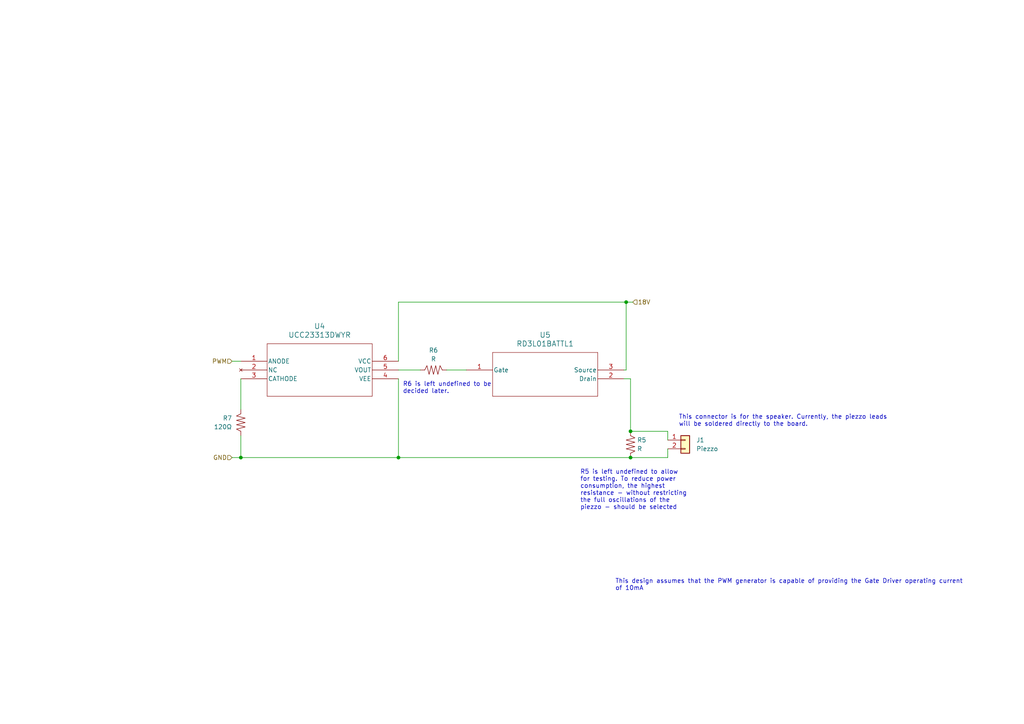
<source format=kicad_sch>
(kicad_sch (version 20230121) (generator eeschema)
  (paper "A4")
  (lib_symbols
    (symbol "Connector_Generic:Conn_01x02" (pin_names (offset 1.016) hide)
      (property "Reference" "J" (at 0 2.54 0))
      (property "Value" "Conn_01x02" (at 0 -5.08 0))
      (symbol "Conn_01x02_1_1"
        (rectangle (start -1.27 -2.413) (end 0 -2.667) (stroke (width 0.1524)))
        (rectangle (start -1.27 0.127) (end 0 -0.127) (stroke (width 0.1524)))
        (rectangle (start -1.27 1.27) (end 1.27 -3.81) (stroke (width 0.254)) (fill (type background)))
        (pin passive line (at -5.08 0 0) (length 3.81) (name "Pin_1") (number "1"))
        (pin passive line (at -5.08 -2.54 0) (length 3.81) (name "Pin_2") (number "2"))
      )
    )
    (symbol "Hestres_Standard_Lib:R" (pin_numbers hide) (pin_names (offset 0))
      (property "Reference" "R" (at 2.54 0 90))
      (property "Value" "R" (at -2.54 0 90))
      (symbol "R_0_1"
        (polyline (pts (xy 0 2.54) (xy 1.27 1.905) (xy -1.27 1.27) (xy 1.27 0.635) (xy -1.27 0) (xy 1.27 -0.635) (xy -1.27 -1.27) (xy 1.27 -1.905) (xy 0 -2.54)))
      )
      (symbol "R_1_1"
        (pin passive line (at 0 3.81 270) (length 1.27) (name "~") (number "1"))
        (pin passive line (at 0 -3.81 90) (length 1.27) (name "~") (number "2"))
      )
    )
    (symbol "ProjGateDriver:UCC23313DWYR" (pin_names (offset 0.254))
      (property "Reference" "U" (at 22.86 10.16 0))
      (property "Value" "UCC23313DWYR" (at 22.86 7.62 0))
      (symbol "UCC23313DWYR_0_1"
        (polyline (pts (xy 7.62 -10.16) (xy 38.1 -10.16)) (stroke (width 0.127)))
        (polyline (pts (xy 7.62 5.08) (xy 7.62 -10.16)) (stroke (width 0.127)))
        (polyline (pts (xy 38.1 -10.16) (xy 38.1 5.08)) (stroke (width 0.127)))
        (polyline (pts (xy 38.1 5.08) (xy 7.62 5.08)) (stroke (width 0.127)))
        (pin input line (at 0 0 0) (length 7.62) (name "ANODE") (number "1"))
        (pin no_connect line (at 0 -2.54 0) (length 7.62) (name "NC") (number "2"))
        (pin input line (at 0 -5.08 0) (length 7.62) (name "CATHODE") (number "3"))
        (pin power_in line (at 45.72 -5.08 180) (length 7.62) (name "VEE") (number "4"))
        (pin power_in line (at 45.72 -2.54 180) (length 7.62) (name "VOUT") (number "5"))
        (pin power_in line (at 45.72 0 180) (length 7.62) (name "VCC") (number "6"))
      )
    )
    (symbol "ProjPMOS:RD3L01BATTL1" (pin_names (offset 0.254))
      (property "Reference" "U" (at 22.86 10.16 0))
      (property "Value" "RD3L01BATTL1" (at 22.86 7.62 0))
      (symbol "RD3L01BATTL1_0_1"
        (polyline (pts (xy 7.62 -7.62) (xy 38.1 -7.62)) (stroke (width 0.127)))
        (polyline (pts (xy 7.62 5.08) (xy 7.62 -7.62)) (stroke (width 0.127)))
        (polyline (pts (xy 38.1 -7.62) (xy 38.1 5.08)) (stroke (width 0.127)))
        (polyline (pts (xy 38.1 5.08) (xy 7.62 5.08)) (stroke (width 0.127)))
        (pin unspecified line (at 0 0 0) (length 7.62) (name "Gate") (number "1"))
        (pin unspecified line (at 45.72 -2.54 180) (length 7.62) (name "Drain") (number "2"))
        (pin unspecified line (at 45.72 0 180) (length 7.62) (name "Source") (number "3"))
      )
    )
  )
  (junction (at 181.61 87.63))
  (junction (at 69.85 132.715))
  (junction (at 115.57 132.715))
  (junction (at 182.88 125.095))
  (junction (at 182.88 132.715))
  (wire (pts (xy 193.675 125.095) (xy 182.88 125.095)))
  (wire (pts (xy 182.88 109.855) (xy 182.88 125.095)))
  (wire (pts (xy 115.57 107.315) (xy 121.92 107.315)))
  (wire (pts (xy 193.675 132.715) (xy 182.88 132.715)))
  (wire (pts (xy 69.85 132.715) (xy 115.57 132.715)))
  (wire (pts (xy 115.57 132.715) (xy 182.88 132.715)))
  (wire (pts (xy 180.975 109.855) (xy 182.88 109.855)))
  (wire (pts (xy 69.85 126.365) (xy 69.85 132.715)))
  (wire (pts (xy 129.54 107.315) (xy 135.255 107.315)))
  (wire (pts (xy 115.57 87.63) (xy 181.61 87.63)))
  (wire (pts (xy 67.31 132.715) (xy 69.85 132.715)))
  (wire (pts (xy 193.675 130.175) (xy 193.675 132.715)))
  (wire (pts (xy 193.675 127.635) (xy 193.675 125.095)))
  (wire (pts (xy 67.31 104.775) (xy 69.85 104.775)))
  (wire (pts (xy 115.57 109.855) (xy 115.57 132.715)))
  (wire (pts (xy 69.85 109.855) (xy 69.85 118.745)))
  (wire (pts (xy 180.975 107.315) (xy 181.61 107.315)))
  (wire (pts (xy 181.61 107.315) (xy 181.61 87.63)))
  (wire (pts (xy 115.57 87.63) (xy 115.57 104.775)))
  (wire (pts (xy 181.61 87.63) (xy 183.515 87.63)))
  (text "R5 is left undefined to allow\nfor testing. To reduce power\nconsumption, the highest\nresistance - without restricting\nthe full oscillations of the\npiezzo - should be selected" (at 168.275 147.955 0) (effects (font (size 1.27 1.27)) (justify left bottom)))
  (text "This design assumes that the PWM generator is capable of providing the Gate Driver operating current \nof 10mA" (at 178.435 171.45 0) (effects (font (size 1.27 1.27)) (justify left bottom)))
  (text "This connector is for the speaker. Currently, the piezzo leads\nwill be soldered directly to the board." (at 196.85 123.825 0) (effects (font (size 1.27 1.27)) (justify left bottom)))
  (text "R6 is left undefined to be\ndecided later." (at 116.84 114.3 0) (effects (font (size 1.27 1.27)) (justify left bottom)))
  (hierarchical_label "GND" (shape input) (at 67.31 132.715 180))
  (hierarchical_label "PWM" (shape input) (at 67.31 104.775 180))
  (hierarchical_label "18V" (shape input) (at 183.515 87.63 0))
  (symbol (lib_id "ProjGateDriver:UCC23313DWYR") (at 69.85 104.775 0) (unit 1)
    (property "Reference" "U4" (at 92.71 94.615 0) (effects (font (size 1.524 1.524))))
    (property "Value" "UCC23313DWYR" (at 92.71 97.155 0) (effects (font (size 1.524 1.524))))
    (property "Footprint" "Proj:SOIC6_DWY_TEX" (effects hide))
    (property "Datasheet" "UCC23313DWYR" (effects hide))
  )
  (symbol (lib_id "Hestres_Standard_Lib:R") (at 182.88 128.905 0) (unit 1)
    (property "Reference" "R5" (at 184.785 127.635 0) (effects (justify left)))
    (property "Value" "R" (at 184.785 130.175 0) (effects (justify left)))
    (property "Footprint" "Resistor_SMD:R_0805_2012Metric" (effects hide))
  )
  (symbol (lib_id "Connector_Generic:Conn_01x02") (at 198.755 127.635 0) (unit 1)
    (property "Reference" "J1" (at 201.93 127.635 0) (effects (justify left)))
    (property "Value" "Piezzo" (at 201.93 130.175 0) (effects (justify left)))
    (property "Footprint" "Connector_PinHeader_2.54mm:PinHeader_1x02_P2.54mm_Vertical" (effects hide))
  )
  (symbol (lib_id "ProjPMOS:RD3L01BATTL1") (at 135.255 107.315 0) (unit 1)
    (property "Reference" "U5" (at 158.115 97.155 0) (effects (font (size 1.524 1.524))))
    (property "Value" "RD3L01BATTL1" (at 158.115 99.695 0) (effects (font (size 1.524 1.524))))
    (property "Footprint" "Proj:RD3L01BATTL1_ROM" (effects hide))
    (property "Datasheet" "RD3L01BATTL1" (effects hide))
  )
  (symbol (lib_id "Hestres_Standard_Lib:R") (at 125.73 107.315 90) (unit 1)
    (property "Reference" "R6" (at 125.73 101.6 90))
    (property "Value" "R" (at 125.73 104.14 90))
    (property "Footprint" "Resistor_SMD:R_0805_2012Metric" (effects hide))
  )
  (symbol (lib_id "Hestres_Standard_Lib:R") (at 69.85 122.555 0) (mirror y) (unit 1)
    (property "Reference" "R7" (at 67.31 121.285 0) (effects (justify left)))
    (property "Value" "120Ω" (at 67.31 123.825 0) (effects (justify left)))
    (property "Footprint" "Resistor_SMD:R_0805_2012Metric" (effects hide))
  )
)
</source>
